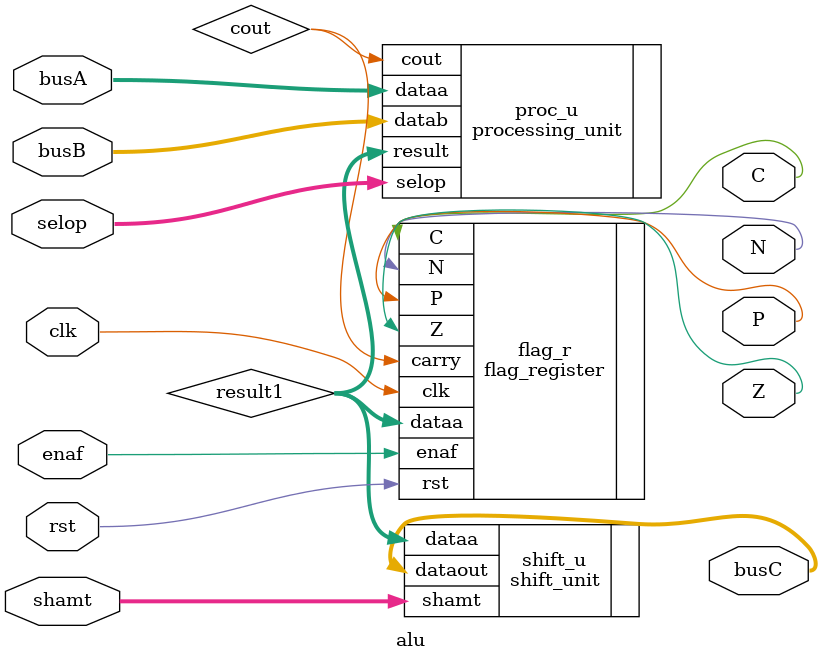
<source format=v>

module alu #(
    parameter MAX_WIDTH = 8
)(
    input wire clk,
    input wire rst,
    input wire [MAX_WIDTH-1:0] busA,
    input wire [MAX_WIDTH-1:0] busB,
    input wire [2:0] selop,
    input wire [1:0] shamt,
    input wire enaf,
    output wire [MAX_WIDTH-1:0] busC,
    output wire C,
    output wire N,
    output wire P,
    output wire Z
);

	wire[7:0] result1;
	wire cout;
	
	//Conexiones bloque Processing_unit	
	processing_unit #(.N(8)) proc_u (
        .dataa(busA),
        .datab(busB),
        .selop(selop),
        .result(result1),
        .cout(cout)
    );
	 
	 //Conexiones Flag Register
	 flag_register #(.MAX_WIDTH(8)) flag_r ( 
			.clk(clk), 
			.rst(rst), 
			.enaf(enaf), 
			.dataa(result1), 
			.carry(cout), 
			.C(C), .N(N), .P(P), .Z(Z)
	 );
	 
	 //Conexiones Shift Unit
	 shift_unit #(.N(8)) shift_u (
			.dataout(busC), 
			.dataa(result1), 
			.shamt(shamt)
	 );

endmodule	 
</source>
